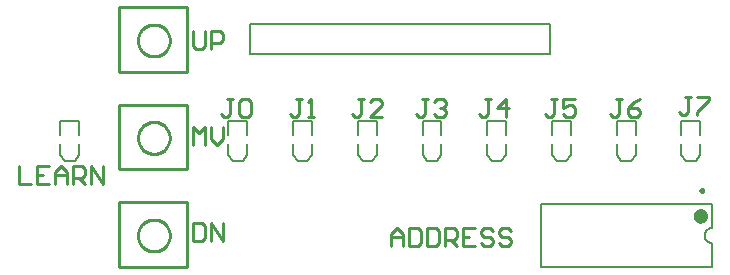
<source format=gto>
%FSDAX24Y24*%
%MOIN*%
%SFA1B1*%

%IPPOS*%
%ADD10C,0.023620*%
%ADD11C,0.009840*%
%ADD12C,0.007870*%
%ADD13C,0.010000*%
%LNde-120824_1-1*%
%LPD*%
G54D10*
X024078Y004199D02*
D01*
X024078Y004207*
X024077Y004216*
X024076Y004224*
X024074Y004232*
X024071Y004239*
X024068Y004247*
X024064Y004255*
X024060Y004262*
X024056Y004269*
X024051Y004275*
X024045Y004281*
X024039Y004287*
X024033Y004292*
X024026Y004297*
X024019Y004301*
X024012Y004305*
X024004Y004309*
X023997Y004311*
X023989Y004314*
X023981Y004315*
X023972Y004317*
X023964Y004317*
X023956*
X023948Y004317*
X023940Y004315*
X023932Y004314*
X023924Y004311*
X023916Y004309*
X023908Y004305*
X023901Y004301*
X023894Y004297*
X023887Y004292*
X023881Y004287*
X023875Y004281*
X023870Y004275*
X023865Y004269*
X023860Y004262*
X023856Y004255*
X023852Y004247*
X023849Y004239*
X023847Y004232*
X023845Y004224*
X023843Y004216*
X023842Y004207*
X023842Y004199*
X023842Y004191*
X023843Y004183*
X023845Y004175*
X023847Y004167*
X023849Y004159*
X023852Y004151*
X023856Y004144*
X023860Y004137*
X023865Y004130*
X023870Y004123*
X023875Y004117*
X023881Y004111*
X023887Y004106*
X023894Y004101*
X023901Y004097*
X023908Y004093*
X023916Y004090*
X023924Y004087*
X023932Y004085*
X023940Y004083*
X023948Y004082*
X023956Y004081*
X023964*
X023972Y004082*
X023981Y004083*
X023989Y004085*
X023997Y004087*
X024004Y004090*
X024012Y004093*
X024019Y004097*
X024026Y004101*
X024033Y004106*
X024039Y004111*
X024045Y004117*
X024051Y004123*
X024056Y004130*
X024060Y004137*
X024064Y004144*
X024068Y004151*
X024071Y004159*
X024074Y004167*
X024076Y004175*
X024077Y004183*
X024078Y004191*
X024078Y004199*
G54D11*
X024061Y005050D02*
D01*
X024060Y005053*
X024060Y005056*
X024059Y005060*
X024059Y005063*
X024058Y005066*
X024056Y005070*
X024055Y005073*
X024053Y005076*
X024051Y005078*
X024049Y005081*
X024047Y005084*
X024044Y005086*
X024042Y005088*
X024039Y005090*
X024036Y005092*
X024033Y005094*
X024030Y005095*
X024027Y005096*
X024023Y005097*
X024020Y005098*
X024016Y005098*
X024013Y005099*
X024010*
X024006Y005098*
X024003Y005098*
X023999Y005097*
X023996Y005096*
X023993Y005095*
X023990Y005094*
X023987Y005092*
X023984Y005090*
X023981Y005088*
X023978Y005086*
X023976Y005084*
X023974Y005081*
X023971Y005078*
X023970Y005076*
X023968Y005073*
X023966Y005070*
X023965Y005066*
X023964Y005063*
X023963Y005060*
X023963Y005056*
X023962Y005053*
X023962Y005050*
X023962Y005046*
X023963Y005043*
X023963Y005039*
X023964Y005036*
X023965Y005033*
X023966Y005029*
X023968Y005026*
X023970Y005023*
X023971Y005021*
X023974Y005018*
X023976Y005015*
X023978Y005013*
X023981Y005011*
X023984Y005009*
X023987Y005007*
X023990Y005005*
X023993Y005004*
X023996Y005003*
X023999Y005002*
X024003Y005001*
X024006Y005001*
X024010Y005000*
X024013*
X024016Y005001*
X024020Y005001*
X024023Y005002*
X024027Y005003*
X024030Y005004*
X024033Y005005*
X024036Y005007*
X024039Y005009*
X024042Y005011*
X024044Y005013*
X024047Y005015*
X024049Y005018*
X024051Y005021*
X024053Y005023*
X024055Y005026*
X024056Y005029*
X024058Y005033*
X024059Y005036*
X024059Y005039*
X024060Y005043*
X024060Y005046*
X024061Y005050*
G54D12*
X024354Y003800D02*
D01*
X024336Y003799*
X024319Y003797*
X024302Y003794*
X024285Y003790*
X024268Y003784*
X024252Y003778*
X024236Y003770*
X024221Y003762*
X024207Y003752*
X024193Y003741*
X024180Y003729*
X024168Y003717*
X024157Y003703*
X024147Y003689*
X024137Y003675*
X024129Y003659*
X024122Y003643*
X024116Y003627*
X024111Y003610*
X024108Y003593*
X024105Y003576*
X024104Y003558*
Y003541*
X024105Y003523*
X024108Y003506*
X024111Y003489*
X024116Y003472*
X024122Y003456*
X024129Y003440*
X024137Y003424*
X024147Y003410*
X024157Y003396*
X024168Y003382*
X024180Y003370*
X024193Y003358*
X024207Y003347*
X024221Y003337*
X024236Y003329*
X024252Y003321*
X024268Y003315*
X024285Y003309*
X024302Y003305*
X024319Y003302*
X024336Y003300*
X024354Y003300*
X018645Y002506D02*
Y004593D01*
X024354Y002506D02*
Y003300D01*
Y003800D02*
Y004593D01*
X018645Y002506D02*
X024354D01*
X018645Y004593D02*
X024354D01*
X018950Y009600D02*
Y010600D01*
X008950Y009600D02*
X018950D01*
X008950D02*
Y010600D01*
X009700*
X018950*
X002635Y006887D02*
Y007360D01*
X003265Y006887D02*
Y007360D01*
X002635D02*
X003265D01*
X002792Y006021D02*
X003107D01*
X002635Y006218D02*
Y006612D01*
X003107Y006021D02*
X003265Y006218D01*
X002635D02*
X002792Y006021D01*
X003265Y006218D02*
Y006612D01*
X008235Y006887D02*
Y007360D01*
X008865Y006887D02*
Y007360D01*
X008235D02*
X008865D01*
X008392Y006021D02*
X008707D01*
X008235Y006218D02*
Y006612D01*
X008707Y006021D02*
X008865Y006218D01*
X008235D02*
X008392Y006021D01*
X008865Y006218D02*
Y006612D01*
X010392Y006887D02*
Y007360D01*
X011022Y006887D02*
Y007360D01*
X010392D02*
X011022D01*
X010549Y006021D02*
X010864D01*
X010392Y006218D02*
Y006612D01*
X010864Y006021D02*
X011022Y006218D01*
X010392D02*
X010549Y006021D01*
X011022Y006218D02*
Y006612D01*
X012549Y006887D02*
Y007360D01*
X013179Y006887D02*
Y007360D01*
X012549D02*
X013179D01*
X012706Y006021D02*
X013021D01*
X012549Y006218D02*
Y006612D01*
X013021Y006021D02*
X013179Y006218D01*
X012549D02*
X012706Y006021D01*
X013179Y006218D02*
Y006612D01*
X014706Y006887D02*
Y007360D01*
X015336Y006887D02*
Y007360D01*
X014706D02*
X015336D01*
X014864Y006021D02*
X015178D01*
X014706Y006218D02*
Y006612D01*
X015178Y006021D02*
X015336Y006218D01*
X014706D02*
X014864Y006021D01*
X015336Y006218D02*
Y006612D01*
X016863Y006887D02*
Y007360D01*
X017493Y006887D02*
Y007360D01*
X016863D02*
X017493D01*
X017021Y006021D02*
X017336D01*
X016863Y006218D02*
Y006612D01*
X017336Y006021D02*
X017493Y006218D01*
X016863D02*
X017021Y006021D01*
X017493Y006218D02*
Y006612D01*
X023335Y006887D02*
Y007360D01*
X023965Y006887D02*
Y007360D01*
X023335D02*
X023965D01*
X023492Y006021D02*
X023807D01*
X023335Y006218D02*
Y006612D01*
X023807Y006021D02*
X023965Y006218D01*
X023335D02*
X023492Y006021D01*
X023965Y006218D02*
Y006612D01*
X021177Y006887D02*
Y007360D01*
X021807Y006887D02*
Y007360D01*
X021177D02*
X021807D01*
X021335Y006021D02*
X021650D01*
X021177Y006218D02*
Y006612D01*
X021650Y006021D02*
X021807Y006218D01*
X021177D02*
X021335Y006021D01*
X021807Y006218D02*
Y006612D01*
X019020Y006887D02*
Y007360D01*
X019650Y006887D02*
Y007360D01*
X019020D02*
X019650D01*
X019178Y006021D02*
X019493D01*
X019020Y006218D02*
Y006612D01*
X019493Y006021D02*
X019650Y006218D01*
X019020D02*
X019178Y006021D01*
X019650Y006218D02*
Y006612D01*
G54D13*
X006281Y010050D02*
D01*
X006280Y010087*
X006276Y010123*
X006269Y010160*
X006260Y010196*
X006249Y010231*
X006235Y010266*
X006219Y010299*
X006200Y010331*
X006179Y010362*
X006157Y010391*
X006132Y010419*
X006105Y010444*
X006077Y010468*
X006047Y010490*
X006015Y010510*
X005982Y010527*
X005949Y010542*
X005914Y010555*
X005878Y010565*
X005842Y010573*
X005805Y010578*
X005768Y010581*
X005731*
X005694Y010578*
X005657Y010573*
X005621Y010565*
X005585Y010555*
X005550Y010542*
X005517Y010527*
X005484Y010510*
X005452Y010490*
X005422Y010468*
X005394Y010444*
X005367Y010419*
X005342Y010391*
X005320Y010362*
X005299Y010331*
X005280Y010299*
X005264Y010266*
X005250Y010231*
X005239Y010196*
X005230Y010160*
X005223Y010123*
X005219Y010087*
X005218Y010050*
X005219Y010012*
X005223Y009976*
X005230Y009939*
X005239Y009903*
X005250Y009868*
X005264Y009833*
X005280Y009800*
X005299Y009768*
X005320Y009737*
X005342Y009708*
X005367Y009680*
X005394Y009655*
X005422Y009631*
X005452Y009609*
X005484Y009589*
X005517Y009572*
X005550Y009557*
X005585Y009544*
X005621Y009534*
X005657Y009526*
X005694Y009521*
X005731Y009518*
X005768*
X005805Y009521*
X005842Y009526*
X005878Y009534*
X005914Y009544*
X005949Y009557*
X005982Y009572*
X006015Y009589*
X006047Y009609*
X006077Y009631*
X006105Y009655*
X006132Y009680*
X006157Y009708*
X006179Y009737*
X006200Y009768*
X006219Y009800*
X006235Y009833*
X006249Y009868*
X006260Y009903*
X006269Y009939*
X006276Y009976*
X006280Y010012*
X006281Y010050*
Y006800D02*
D01*
X006280Y006837*
X006276Y006873*
X006269Y006910*
X006260Y006946*
X006249Y006981*
X006235Y007016*
X006219Y007049*
X006200Y007081*
X006179Y007112*
X006157Y007141*
X006132Y007169*
X006105Y007194*
X006077Y007218*
X006047Y007240*
X006015Y007260*
X005982Y007277*
X005949Y007292*
X005914Y007305*
X005878Y007315*
X005842Y007323*
X005805Y007328*
X005768Y007331*
X005731*
X005694Y007328*
X005657Y007323*
X005621Y007315*
X005585Y007305*
X005550Y007292*
X005517Y007277*
X005484Y007260*
X005452Y007240*
X005422Y007218*
X005394Y007194*
X005367Y007169*
X005342Y007141*
X005320Y007112*
X005299Y007081*
X005280Y007049*
X005264Y007016*
X005250Y006981*
X005239Y006946*
X005230Y006910*
X005223Y006873*
X005219Y006837*
X005218Y006800*
X005219Y006762*
X005223Y006726*
X005230Y006689*
X005239Y006653*
X005250Y006618*
X005264Y006583*
X005280Y006550*
X005299Y006518*
X005320Y006487*
X005342Y006458*
X005367Y006430*
X005394Y006405*
X005422Y006381*
X005452Y006359*
X005484Y006339*
X005517Y006322*
X005550Y006307*
X005585Y006294*
X005621Y006284*
X005657Y006276*
X005694Y006271*
X005731Y006268*
X005768*
X005805Y006271*
X005842Y006276*
X005878Y006284*
X005914Y006294*
X005949Y006307*
X005982Y006322*
X006015Y006339*
X006047Y006359*
X006077Y006381*
X006105Y006405*
X006132Y006430*
X006157Y006458*
X006179Y006487*
X006200Y006518*
X006219Y006550*
X006235Y006583*
X006249Y006618*
X006260Y006653*
X006269Y006689*
X006276Y006726*
X006280Y006762*
X006281Y006800*
Y003550D02*
D01*
X006280Y003587*
X006276Y003623*
X006269Y003660*
X006260Y003696*
X006249Y003731*
X006235Y003766*
X006219Y003799*
X006200Y003831*
X006179Y003862*
X006157Y003891*
X006132Y003919*
X006105Y003944*
X006077Y003968*
X006047Y003990*
X006015Y004010*
X005982Y004027*
X005949Y004042*
X005914Y004055*
X005878Y004065*
X005842Y004073*
X005805Y004078*
X005768Y004081*
X005731*
X005694Y004078*
X005657Y004073*
X005621Y004065*
X005585Y004055*
X005550Y004042*
X005517Y004027*
X005484Y004010*
X005452Y003990*
X005422Y003968*
X005394Y003944*
X005367Y003919*
X005342Y003891*
X005320Y003862*
X005299Y003831*
X005280Y003799*
X005264Y003766*
X005250Y003731*
X005239Y003696*
X005230Y003660*
X005223Y003623*
X005219Y003587*
X005218Y003550*
X005219Y003512*
X005223Y003476*
X005230Y003439*
X005239Y003403*
X005250Y003368*
X005264Y003333*
X005280Y003300*
X005299Y003268*
X005320Y003237*
X005342Y003208*
X005367Y003180*
X005394Y003155*
X005422Y003131*
X005452Y003109*
X005484Y003089*
X005517Y003072*
X005550Y003057*
X005585Y003044*
X005621Y003034*
X005657Y003026*
X005694Y003021*
X005731Y003018*
X005768*
X005805Y003021*
X005842Y003026*
X005878Y003034*
X005914Y003044*
X005949Y003057*
X005982Y003072*
X006015Y003089*
X006047Y003109*
X006077Y003131*
X006105Y003155*
X006132Y003180*
X006157Y003208*
X006179Y003237*
X006200Y003268*
X006219Y003300*
X006235Y003333*
X006249Y003368*
X006260Y003403*
X006269Y003439*
X006276Y003476*
X006280Y003512*
X006281Y003550*
X006850Y009000D02*
Y011150D01*
X004600D02*
X006850D01*
X004600Y009000D02*
Y011150D01*
Y009000D02*
X006850D01*
Y005750D02*
Y007900D01*
X004600D02*
X006850D01*
X004600Y005750D02*
Y007900D01*
Y005750D02*
X006850D01*
Y002500D02*
Y004650D01*
X004600D02*
X006850D01*
X004600Y002500D02*
Y004650D01*
Y002500D02*
X006850D01*
X007050Y003949D02*
Y003350D01*
X007349*
X007449Y003450*
Y003849*
X007349Y003949*
X007050*
X007649Y003350D02*
Y003949D01*
X008049Y003350*
Y003949*
X007050Y006550D02*
Y007149D01*
X007249Y006949*
X007449Y007149*
Y006550*
X007649Y007149D02*
Y006749D01*
X007849Y006550*
X008049Y006749*
Y007149*
X008399Y008099D02*
X008199D01*
X008299*
Y007600*
X008199Y007500*
X008100*
X008000Y007600*
X008599Y007999D02*
X008699Y008099D01*
X008899*
X008999Y007999*
Y007600*
X008899Y007500*
X008699*
X008599Y007600*
Y007999*
X010699Y008099D02*
X010499D01*
X010599*
Y007600*
X010499Y007500*
X010400*
X010300Y007600*
X010899Y007500D02*
X011099D01*
X010999*
Y008099*
X010899Y007999*
X012749Y008099D02*
X012549D01*
X012649*
Y007600*
X012549Y007500*
X012450*
X012350Y007600*
X013349Y007500D02*
X012949D01*
X013349Y007899*
Y007999*
X013249Y008099*
X013049*
X012949Y007999*
X007050Y010349D02*
Y009850D01*
X007150Y009750*
X007349*
X007449Y009850*
Y010349*
X007649Y009750D02*
Y010349D01*
X007949*
X008049Y010249*
Y010049*
X007949Y009949*
X007649*
X013650Y003200D02*
Y003599D01*
X013849Y003799*
X014049Y003599*
Y003200*
Y003499*
X013650*
X014249Y003799D02*
Y003200D01*
X014549*
X014649Y003300*
Y003699*
X014549Y003799*
X014249*
X014849D02*
Y003200D01*
X015149*
X015249Y003300*
Y003699*
X015149Y003799*
X014849*
X015449Y003200D02*
Y003799D01*
X015749*
X015849Y003699*
Y003499*
X015749Y003399*
X015449*
X015649D02*
X015849Y003200D01*
X016449Y003799D02*
X016049D01*
Y003200*
X016449*
X016049Y003499D02*
X016249D01*
X017048Y003699D02*
X016948Y003799D01*
X016749*
X016649Y003699*
Y003599*
X016749Y003499*
X016948*
X017048Y003399*
Y003300*
X016948Y003200*
X016749*
X016649Y003300*
X017648Y003699D02*
X017548Y003799D01*
X017348*
X017248Y003699*
Y003599*
X017348Y003499*
X017548*
X017648Y003399*
Y003300*
X017548Y003200*
X017348*
X017248Y003300*
X014899Y008099D02*
X014699D01*
X014799*
Y007600*
X014699Y007500*
X014600*
X014500Y007600*
X015099Y007999D02*
X015199Y008099D01*
X015399*
X015499Y007999*
Y007899*
X015399Y007799*
X015299*
X015399*
X015499Y007699*
Y007600*
X015399Y007500*
X015199*
X015099Y007600*
X016999Y008099D02*
X016799D01*
X016899*
Y007600*
X016799Y007500*
X016700*
X016600Y007600*
X017499Y007500D02*
Y008099D01*
X017199Y007799*
X017599*
X019199Y008099D02*
X018999D01*
X019099*
Y007600*
X018999Y007500*
X018900*
X018800Y007600*
X019799Y008099D02*
X019399D01*
Y007799*
X019599Y007899*
X019699*
X019799Y007799*
Y007600*
X019699Y007500*
X019499*
X019399Y007600*
X021349Y008099D02*
X021149D01*
X021249*
Y007600*
X021149Y007500*
X021050*
X020950Y007600*
X021949Y008099D02*
X021749Y007999D01*
X021549Y007799*
Y007600*
X021649Y007500*
X021849*
X021949Y007600*
Y007699*
X021849Y007799*
X021549*
X023649Y008149D02*
X023449D01*
X023549*
Y007650*
X023449Y007550*
X023350*
X023250Y007650*
X023849Y008149D02*
X024249D01*
Y008049*
X023849Y007650*
Y007550*
X001250Y005849D02*
Y005250D01*
X001649*
X002249Y005849D02*
X001849D01*
Y005250*
X002249*
X001849Y005549D02*
X002049D01*
X002449Y005250D02*
Y005649D01*
X002649Y005849*
X002849Y005649*
Y005250*
Y005549*
X002449*
X003049Y005250D02*
Y005849D01*
X003349*
X003449Y005749*
Y005549*
X003349Y005449*
X003049*
X003249D02*
X003449Y005250D01*
X003649D02*
Y005849D01*
X004049Y005250*
Y005849*
M02*
</source>
